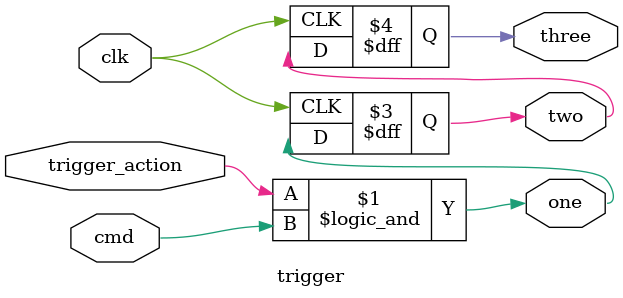
<source format=v>
`timescale 1ns / 1ps

module trigger(
  input clk,
  input trigger_action,
  input cmd,
  output one,
  output reg two,
  output reg three);

assign one = trigger_action && cmd;

always @(posedge clk) begin
  two <= one;
  three <= two;
end

endmodule

</source>
